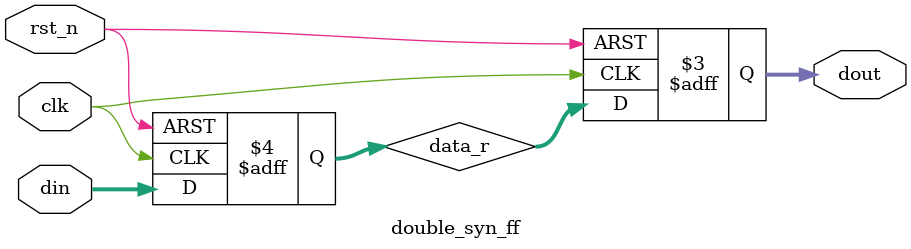
<source format=v>
module double_syn_ff
#(
    parameter C_DATA_WIDTH = 8
)(
    input  wire                     rst_n   ,
    input  wire                     clk     ,
    input  wire [C_DATA_WIDTH-1:0]  din     ,
    output reg  [C_DATA_WIDTH-1:0]  dout
);
//----------------------------------------------------------------------
//  内部变量定义
reg         [C_DATA_WIDTH-1:0]      data_r;

//----------------------------------------------------------------------
//  对输入信号进行两级同步后输出
always @(posedge clk or negedge rst_n)
begin
    if(rst_n == 1'b0)
        {dout,data_r} <= {(2*C_DATA_WIDTH){1'b0}};
    else
        {dout,data_r} <= {data_r,din};
end

endmodule
</source>
